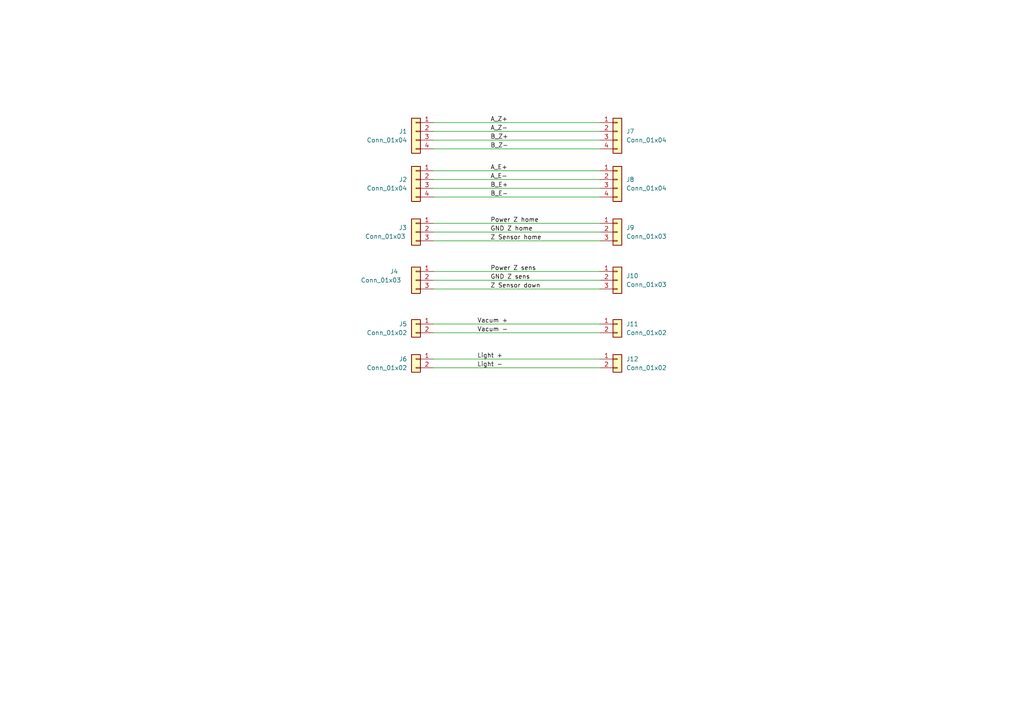
<source format=kicad_sch>
(kicad_sch (version 20211123) (generator eeschema)
  (paper "A4")
  (lib_symbols
    (symbol "Connector_Generic:Conn_01x02" (pin_names (offset 1.016) hide)
      (property "Reference" "J" (at 0 2.54 0))
      (property "Value" "Conn_01x02" (at 0 -5.08 0))
      (symbol "Conn_01x02_1_1"
        (rectangle (start -1.27 -2.413) (end 0 -2.667) (stroke (width 0.1524)))
        (rectangle (start -1.27 0.127) (end 0 -0.127) (stroke (width 0.1524)))
        (rectangle (start -1.27 1.27) (end 1.27 -3.81) (stroke (width 0.254)) (fill (type background)))
        (pin passive line (at -5.08 0 0) (length 3.81) (name "Pin_1") (number "1"))
        (pin passive line (at -5.08 -2.54 0) (length 3.81) (name "Pin_2") (number "2"))
      )
    )
    (symbol "Connector_Generic:Conn_01x03" (pin_names (offset 1.016) hide)
      (property "Reference" "J" (at 0 5.08 0))
      (property "Value" "Conn_01x03" (at 0 -5.08 0))
      (symbol "Conn_01x03_1_1"
        (rectangle (start -1.27 -2.413) (end 0 -2.667) (stroke (width 0.1524)))
        (rectangle (start -1.27 0.127) (end 0 -0.127) (stroke (width 0.1524)))
        (rectangle (start -1.27 2.667) (end 0 2.413) (stroke (width 0.1524)))
        (rectangle (start -1.27 3.81) (end 1.27 -3.81) (stroke (width 0.254)) (fill (type background)))
        (pin passive line (at -5.08 2.54 0) (length 3.81) (name "Pin_1") (number "1"))
        (pin passive line (at -5.08 0 0) (length 3.81) (name "Pin_2") (number "2"))
        (pin passive line (at -5.08 -2.54 0) (length 3.81) (name "Pin_3") (number "3"))
      )
    )
    (symbol "Connector_Generic:Conn_01x04" (pin_names (offset 1.016) hide)
      (property "Reference" "J" (at 0 5.08 0))
      (property "Value" "Conn_01x04" (at 0 -7.62 0))
      (symbol "Conn_01x04_1_1"
        (rectangle (start -1.27 -4.953) (end 0 -5.207) (stroke (width 0.1524)))
        (rectangle (start -1.27 -2.413) (end 0 -2.667) (stroke (width 0.1524)))
        (rectangle (start -1.27 0.127) (end 0 -0.127) (stroke (width 0.1524)))
        (rectangle (start -1.27 2.667) (end 0 2.413) (stroke (width 0.1524)))
        (rectangle (start -1.27 3.81) (end 1.27 -6.35) (stroke (width 0.254)) (fill (type background)))
        (pin passive line (at -5.08 2.54 0) (length 3.81) (name "Pin_1") (number "1"))
        (pin passive line (at -5.08 0 0) (length 3.81) (name "Pin_2") (number "2"))
        (pin passive line (at -5.08 -2.54 0) (length 3.81) (name "Pin_3") (number "3"))
        (pin passive line (at -5.08 -5.08 0) (length 3.81) (name "Pin_4") (number "4"))
      )
    )
  )
  (wire (pts (xy 125.73 54.61) (xy 173.99 54.61)))
  (wire (pts (xy 125.73 69.85) (xy 173.99 69.85)))
  (wire (pts (xy 125.73 64.77) (xy 173.99 64.77)))
  (wire (pts (xy 125.73 38.1) (xy 173.99 38.1)))
  (wire (pts (xy 125.73 67.31) (xy 173.99 67.31)))
  (wire (pts (xy 125.73 96.52) (xy 173.99 96.52)))
  (wire (pts (xy 125.73 83.82) (xy 173.99 83.82)))
  (wire (pts (xy 125.73 35.56) (xy 173.99 35.56)))
  (wire (pts (xy 125.73 104.14) (xy 173.99 104.14)))
  (wire (pts (xy 125.73 52.07) (xy 173.99 52.07)))
  (wire (pts (xy 125.73 43.18) (xy 173.99 43.18)))
  (wire (pts (xy 125.73 40.64) (xy 173.99 40.64)))
  (wire (pts (xy 125.73 49.53) (xy 173.99 49.53)))
  (wire (pts (xy 125.73 106.68) (xy 173.99 106.68)))
  (wire (pts (xy 125.73 81.28) (xy 173.99 81.28)))
  (wire (pts (xy 125.73 78.74) (xy 173.99 78.74)))
  (wire (pts (xy 125.73 57.15) (xy 173.99 57.15)))
  (wire (pts (xy 125.73 93.98) (xy 173.99 93.98)))
  (label "B_E-" (at 142.24 57.15 0))
  (label "B_E+" (at 142.24 54.61 0))
  (label "Power Z home" (at 142.24 64.77 0))
  (label "GND Z home" (at 142.24 67.31 0))
  (label "Light -" (at 138.43 106.68 0))
  (label "A_Z+" (at 142.24 35.56 0))
  (label "Vacum -" (at 138.43 96.52 0))
  (label "Power Z sens" (at 142.24 78.74 0))
  (label "B_Z+" (at 142.24 40.64 0))
  (label "Light +" (at 138.43 104.14 0))
  (label "GND Z sens" (at 142.24 81.28 0))
  (label "A_E-" (at 142.24 52.07 0))
  (label "A_E+" (at 142.24 49.53 0))
  (label "A_Z-" (at 142.24 38.1 0))
  (label "Z Sensor down" (at 142.24 83.82 0))
  (label "B_Z-" (at 142.24 43.18 0))
  (label "Z Sensor home" (at 142.24 69.85 0))
  (label "Vacum +" (at 138.43 93.98 0))
  (symbol (lib_id "Connector_Generic:Conn_01x03") (at 179.07 67.31 0) (unit 1)
    (property "Reference" "J9" (at 181.61 66.0399 0) (effects (justify left)))
    (property "Value" "Conn_01x03" (at 181.61 68.5799 0) (effects (justify left)))
    (property "Footprint" "Connector_Molex:Molex_SL_171971-0003_1x03_P2.54mm_Vertical" (effects hide))
  )
  (symbol (lib_id "Connector_Generic:Conn_01x04") (at 179.07 38.1 0) (unit 1)
    (property "Reference" "J7" (at 181.61 38.0999 0) (effects (justify left)))
    (property "Value" "Conn_01x04" (at 181.61 40.6399 0) (effects (justify left)))
    (property "Footprint" "Connector_Molex:Molex_SL_171971-0004_1x04_P2.54mm_Vertical" (effects hide))
  )
  (symbol (lib_id "Connector_Generic:Conn_01x02") (at 120.65 104.14 0) (mirror y) (unit 1)
    (property "Reference" "J6" (at 118.11 104.1399 0) (effects (justify left)))
    (property "Value" "Conn_01x02" (at 118.11 106.6799 0) (effects (justify left)))
    (property "Footprint" "Connector_Molex:Molex_SL_171971-0002_1x02_P2.54mm_Vertical" (effects hide))
  )
  (symbol (lib_id "Connector_Generic:Conn_01x02") (at 179.07 104.14 0) (unit 1)
    (property "Reference" "J12" (at 181.61 104.1399 0) (effects (justify left)))
    (property "Value" "Conn_01x02" (at 181.61 106.6799 0) (effects (justify left)))
    (property "Footprint" "Connector_Molex:Molex_SL_171971-0002_1x02_P2.54mm_Vertical" (effects hide))
  )
  (symbol (lib_id "Connector_Generic:Conn_01x03") (at 179.07 81.28 0) (unit 1)
    (property "Reference" "J10" (at 181.61 80.0099 0) (effects (justify left)))
    (property "Value" "Conn_01x03" (at 181.61 82.5499 0) (effects (justify left)))
    (property "Footprint" "Connector_Molex:Molex_SL_171971-0003_1x03_P2.54mm_Vertical" (effects hide))
  )
  (symbol (lib_id "Connector_Generic:Conn_01x02") (at 120.65 93.98 0) (mirror y) (unit 1)
    (property "Reference" "J5" (at 118.11 93.9799 0) (effects (justify left)))
    (property "Value" "Conn_01x02" (at 118.11 96.5199 0) (effects (justify left)))
    (property "Footprint" "Connector_Molex:Molex_SL_171971-0002_1x02_P2.54mm_Vertical" (effects hide))
  )
  (symbol (lib_id "Connector_Generic:Conn_01x04") (at 179.07 52.07 0) (unit 1)
    (property "Reference" "J8" (at 181.61 52.0699 0) (effects (justify left)))
    (property "Value" "Conn_01x04" (at 181.61 54.6099 0) (effects (justify left)))
    (property "Footprint" "Connector_Molex:Molex_SL_171971-0004_1x04_P2.54mm_Vertical" (effects hide))
  )
  (symbol (lib_id "Connector_Generic:Conn_01x03") (at 120.65 81.28 0) (mirror y) (unit 1)
    (property "Reference" "J4" (at 114.3 78.74 0))
    (property "Value" "Conn_01x03" (at 110.49 81.28 0))
    (property "Footprint" "Connector_Molex:Molex_MicroClasp_55932-0410_1x04_P2.00mm_Vertical" (effects hide))
  )
  (symbol (lib_id "Connector_Generic:Conn_01x04") (at 120.65 38.1 0) (mirror y) (unit 1)
    (property "Reference" "J1" (at 118.11 38.0999 0) (effects (justify left)))
    (property "Value" "Conn_01x04" (at 118.11 40.6399 0) (effects (justify left)))
    (property "Footprint" "Connector_Molex:Molex_MicroClasp_55932-0410_1x04_P2.00mm_Vertical" (effects hide))
  )
  (symbol (lib_id "Connector_Generic:Conn_01x04") (at 120.65 52.07 0) (mirror y) (unit 1)
    (property "Reference" "J2" (at 118.11 52.0699 0) (effects (justify left)))
    (property "Value" "Conn_01x04" (at 118.11 54.6099 0) (effects (justify left)))
    (property "Footprint" "Connector_Molex:Molex_MicroClasp_55932-0430_1x04_P2.00mm_Vertical" (effects hide))
  )
  (symbol (lib_id "Connector_Generic:Conn_01x03") (at 120.65 67.31 0) (mirror y) (unit 1)
    (property "Reference" "J3" (at 116.84 66.04 0))
    (property "Value" "Conn_01x03" (at 111.76 68.58 0))
    (property "Footprint" "Connector_Molex:Molex_MicroClasp_55932-0410_1x04_P2.00mm_Vertical" (effects hide))
  )
  (symbol (lib_id "Connector_Generic:Conn_01x02") (at 179.07 93.98 0) (unit 1)
    (property "Reference" "J11" (at 181.61 93.9799 0) (effects (justify left)))
    (property "Value" "Conn_01x02" (at 181.61 96.5199 0) (effects (justify left)))
    (property "Footprint" "Connector_Molex:Molex_SL_171971-0002_1x02_P2.54mm_Vertical" (effects hide))
  )
)
</source>
